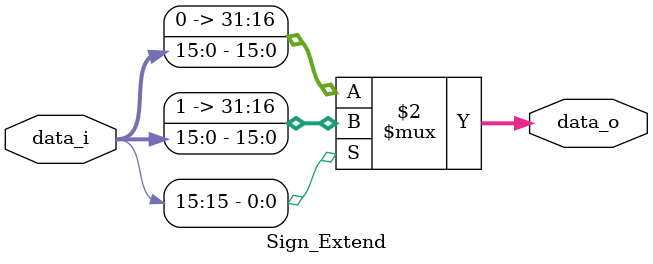
<source format=v>
module Sign_Extend (
    data_i,
    data_o
);

  //I/O ports
  input [16-1:0] data_i;

  output [32-1:0] data_o;

  //Internal Signals
  wire [32-1:0] data_o;

  //Sign extended
  assign data_o = (data_i[16-1] == 1'b0) ? {16'b0, data_i} : {16'b1111111111111111, data_i};


endmodule

</source>
